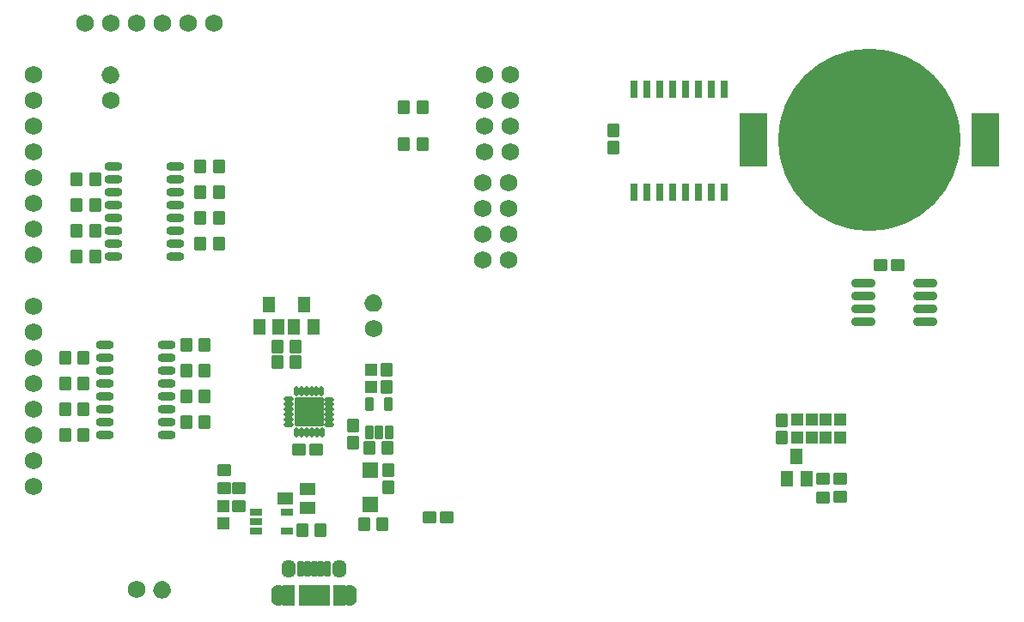
<source format=gbs>
G04 Layer: BottomSolderMaskLayer*
G04 EasyEDA v6.5.39, 2024-01-10 14:41:16*
G04 52a2ae1d1fff4fd0b89a8512cd0fdb0d,3d9c8b04885e45b7839bd8e85c0fd600,10*
G04 Gerber Generator version 0.2*
G04 Scale: 100 percent, Rotated: No, Reflected: No *
G04 Dimensions in millimeters *
G04 leading zeros omitted , absolute positions ,4 integer and 5 decimal *
%FSLAX45Y45*%
%MOMM*%

%AMMACRO1*1,1,$1,$2,$3*1,1,$1,$4,$5*1,1,$1,0-$2,0-$3*1,1,$1,0-$4,0-$5*20,1,$1,$2,$3,$4,$5,0*20,1,$1,$4,$5,0-$2,0-$3,0*20,1,$1,0-$2,0-$3,0-$4,0-$5,0*20,1,$1,0-$4,0-$5,$2,$3,0*4,1,4,$2,$3,$4,$5,0-$2,0-$3,0-$4,0-$5,$2,$3,0*%
%AMMACRO2*4,1,4,-0.6015,-0.8016,-0.6015,0.8016,0.6015,0.8016,0.6015,-0.8016,-0.6015,-0.8016,0*%
%AMMACRO3*4,1,4,-0.6016,-0.8016,-0.6016,0.8016,0.6016,0.8016,0.6016,-0.8016,-0.6016,-0.8016,0*%
%AMMACRO4*4,1,4,-0.8016,-0.6015,-0.8016,0.6015,0.8016,0.6015,0.8016,-0.6015,-0.8016,-0.6015,0*%
%AMMACRO5*4,1,4,-0.8016,-0.6016,-0.8016,0.6016,0.8016,0.6016,0.8016,-0.6016,-0.8016,-0.6016,0*%
%ADD10C,17.9959*%
%ADD11MACRO1,0.2032X-1.2763X-2.5464X1.2763X-2.5464*%
%ADD12R,1.5032X1.5032*%
%ADD13MACRO2*%
%ADD14MACRO3*%
%ADD15MACRO4*%
%ADD16MACRO5*%
%ADD17R,0.8032X1.8032*%
%ADD18MACRO1,0.2032X0.3111X-0.5524X-0.3111X-0.5524*%
%ADD19MACRO1,0.2032X0.3112X-0.5524X-0.3112X-0.5524*%
%ADD20MACRO1,0.2032X0.5X-0.275X0.5X0.275*%
%ADD21O,1.0031984X0.4832096*%
%ADD22O,0.4832096X1.0031984*%
%ADD23MACRO1,0.2032X1.3401X1.3401X-1.3401X1.3401*%
%ADD24O,2.4031956000000005X0.9031986000000001*%
%ADD25O,1.8031968X0.8382*%
%ADD26MACRO1,0.2032X0.2007X0.6502X-0.2007X0.6502*%
%ADD27MACRO1,0.2032X0.1999X0.65X-0.1999X0.65*%
%ADD28MACRO1,0.2032X0.1994X0.6502X-0.1994X0.6502*%
%ADD29MACRO1,0.2032X1.4501X0.95X-1.4501X0.95*%
%ADD30MACRO1,0.2032X0.5004X0.95X-0.5004X0.95*%
%ADD31O,1.4030960000000001X1.8031968*%
%ADD32O,1.4030960000000001X2.1031962*%
%ADD33MACRO1,0.2032X0.5004X-0.5499X0.5004X0.5499*%
%ADD34MACRO1,0.2032X0.5499X0.5004X-0.5499X0.5004*%
%ADD35R,1.2040X1.3030*%
%ADD36MACRO1,0.2032X-0.5499X-0.5004X0.5499X-0.5004*%
%ADD37R,1.3032X1.2032*%
%ADD38MACRO1,0.2032X0.55X-0.5X0.55X0.5*%
%ADD39MACRO1,0.2032X-0.5X-0.55X0.5X-0.55*%
%ADD40MACRO1,0.2032X0.5X0.55X-0.5X0.55*%
%ADD41C,1.7272*%
%ADD42C,0.0151*%

%LPD*%
D10*
G01*
X4305300Y558800D03*
D11*
G01*
X3162300Y558800D03*
G01*
X5448300Y558800D03*
D12*
G01*
X-610692Y-3045460D03*
G01*
X-610692Y-2705455D03*
D13*
G01*
X3588003Y-2565273D03*
D14*
G01*
X3492995Y-2785262D03*
G01*
X3683012Y-2785262D03*
D15*
G01*
X-1453489Y-2981960D03*
D16*
G01*
X-1233500Y-3076968D03*
G01*
X-1233500Y-2886951D03*
D13*
G01*
X-1612900Y-1071270D03*
D14*
G01*
X-1707908Y-1291259D03*
G01*
X-1517891Y-1291259D03*
D13*
G01*
X-1270000Y-1071270D03*
D14*
G01*
X-1365008Y-1291259D03*
G01*
X-1174991Y-1291259D03*
D17*
G01*
X1981200Y1056639D03*
G01*
X2108200Y1056639D03*
G01*
X2235200Y1056639D03*
G01*
X2362200Y1056639D03*
G01*
X2489200Y1056639D03*
G01*
X2616200Y1056639D03*
G01*
X2743200Y1056639D03*
G01*
X2870200Y1056639D03*
G01*
X2870200Y40639D03*
G01*
X2743200Y40639D03*
G01*
X2616200Y40639D03*
G01*
X2489200Y40639D03*
G01*
X2362200Y40639D03*
G01*
X2235200Y40639D03*
G01*
X2108200Y40639D03*
G01*
X1981200Y40639D03*
D18*
G01*
X-622294Y-2327912D03*
G01*
X-528314Y-2327912D03*
D19*
G01*
X-431800Y-2327912D03*
G01*
X-434334Y-2048512D03*
D18*
G01*
X-622294Y-2048512D03*
D20*
G01*
X-1438592Y-3305559D03*
G01*
X-1438592Y-3115560D03*
G01*
X-1738591Y-3115560D03*
G01*
X-1738591Y-3210560D03*
G01*
X-1738591Y-3305559D03*
D21*
G01*
X-1017320Y-2005838D03*
G01*
X-1017320Y-2055876D03*
G01*
X-1017320Y-2105914D03*
G01*
X-1017320Y-2155697D03*
G01*
X-1017320Y-2205736D03*
G01*
X-1017320Y-2255773D03*
D22*
G01*
X-1092860Y-2329027D03*
G01*
X-1142898Y-2329027D03*
G01*
X-1192936Y-2329027D03*
G01*
X-1242720Y-2329027D03*
G01*
X-1292758Y-2329027D03*
G01*
X-1342796Y-2329027D03*
D21*
G01*
X-1417320Y-2254757D03*
G01*
X-1417320Y-2204720D03*
G01*
X-1417320Y-2154681D03*
G01*
X-1417320Y-2104897D03*
G01*
X-1417320Y-2054860D03*
G01*
X-1417320Y-2004822D03*
D22*
G01*
X-1344320Y-1929028D03*
G01*
X-1294282Y-1929028D03*
G01*
X-1244244Y-1929028D03*
G01*
X-1194460Y-1929028D03*
G01*
X-1144422Y-1929028D03*
G01*
X-1094384Y-1929028D03*
D23*
G01*
X-1217320Y-2130298D03*
D24*
G01*
X4851400Y-861060D03*
G01*
X4851400Y-988060D03*
G01*
X4851400Y-1115060D03*
G01*
X4851400Y-1242060D03*
G01*
X4246879Y-861060D03*
G01*
X4246879Y-988060D03*
G01*
X4246879Y-1115060D03*
G01*
X4246879Y-1242060D03*
D25*
G01*
X-3145307Y-594360D03*
G01*
X-3145307Y-467360D03*
G01*
X-3145307Y-340360D03*
G01*
X-3145307Y-213360D03*
G01*
X-3145307Y-86360D03*
G01*
X-3145307Y40639D03*
G01*
X-3145307Y167639D03*
G01*
X-3145307Y294639D03*
G01*
X-2535301Y294639D03*
G01*
X-2535301Y167639D03*
G01*
X-2535301Y40639D03*
G01*
X-2535301Y-86360D03*
G01*
X-2535301Y-213360D03*
G01*
X-2535301Y-340360D03*
G01*
X-2535301Y-467360D03*
G01*
X-2535301Y-594360D03*
G01*
X-2624201Y-1470660D03*
G01*
X-2624201Y-1597660D03*
G01*
X-2624201Y-1724660D03*
G01*
X-2624201Y-1851660D03*
G01*
X-2624201Y-1978660D03*
G01*
X-2624201Y-2105660D03*
G01*
X-2624201Y-2232660D03*
G01*
X-2624201Y-2359660D03*
G01*
X-3234207Y-2359660D03*
G01*
X-3234207Y-2232660D03*
G01*
X-3234207Y-2105660D03*
G01*
X-3234207Y-1978660D03*
G01*
X-3234207Y-1851660D03*
G01*
X-3234207Y-1724660D03*
G01*
X-3234207Y-1597660D03*
G01*
X-3234207Y-1470660D03*
D26*
G01*
X-1298447Y-3673462D03*
G01*
X-1233424Y-3673462D03*
D27*
G01*
X-1168400Y-3673462D03*
D26*
G01*
X-1103375Y-3673462D03*
D28*
G01*
X-1038479Y-3673462D03*
D29*
G01*
X-1168400Y-3941457D03*
D30*
G01*
X-918425Y-3941432D03*
G01*
X-1418399Y-3941432D03*
D31*
G01*
X-918463Y-3673475D03*
G01*
X-1418336Y-3673475D03*
D32*
G01*
X-1518411Y-3941445D03*
G01*
X-818388Y-3941445D03*
D33*
G01*
X1778000Y482600D03*
G01*
X1778000Y650239D03*
D34*
G01*
X4584700Y-683260D03*
G01*
X4417059Y-683260D03*
D33*
G01*
X3441700Y-2379980D03*
G01*
X3441700Y-2212339D03*
G01*
X-432897Y-2875280D03*
G01*
X-432897Y-2707639D03*
D35*
G01*
X-609600Y-1717039D03*
G01*
X-609600Y-1884680D03*
D33*
G01*
X-457200Y-1884680D03*
G01*
X-457200Y-1717039D03*
D35*
G01*
X-2058492Y-3058160D03*
G01*
X-2058492Y-3225800D03*
D33*
G01*
X-787400Y-2430780D03*
G01*
X-787400Y-2263139D03*
D36*
G01*
X-1315720Y-2499360D03*
G01*
X-1148079Y-2499360D03*
G01*
X-27940Y-3172460D03*
G01*
X139700Y-3172460D03*
D37*
G01*
X3594100Y-2382189D03*
G01*
X3594100Y-2202180D03*
G01*
X3733800Y-2382189D03*
G01*
X3733800Y-2202180D03*
G01*
X3873500Y-2382189D03*
G01*
X3873500Y-2202180D03*
G01*
X4013200Y-2382189D03*
G01*
X4013200Y-2202180D03*
D38*
G01*
X4013200Y-2790355D03*
G01*
X4013200Y-2970364D03*
G01*
X3848100Y-2791462D03*
G01*
X3848100Y-2971472D03*
D39*
G01*
X-494195Y-3238500D03*
G01*
X-674204Y-3238500D03*
D40*
G01*
X-622287Y-2486660D03*
G01*
X-442277Y-2486660D03*
D38*
G01*
X-2057400Y-2700337D03*
G01*
X-2057400Y-2880347D03*
G01*
X-1906092Y-2878162D03*
G01*
X-1906092Y-3058172D03*
D39*
G01*
X-1103795Y-3299460D03*
G01*
X-1283804Y-3299460D03*
G01*
X-1352283Y-1481759D03*
G01*
X-1532293Y-1481759D03*
D40*
G01*
X-1532293Y-1634159D03*
G01*
X-1352283Y-1634159D03*
D39*
G01*
X-100495Y510539D03*
G01*
X-280504Y510539D03*
G01*
X-100495Y878839D03*
G01*
X-280504Y878839D03*
G01*
X-2107095Y-467360D03*
G01*
X-2287104Y-467360D03*
G01*
X-2107095Y-213360D03*
G01*
X-2287104Y-213360D03*
G01*
X-2107095Y40639D03*
G01*
X-2287104Y40639D03*
G01*
X-2107095Y294639D03*
G01*
X-2287104Y294639D03*
G01*
X-3326295Y167639D03*
G01*
X-3506304Y167639D03*
G01*
X-3326295Y-86360D03*
G01*
X-3506304Y-86360D03*
G01*
X-3326295Y-340360D03*
G01*
X-3506304Y-340360D03*
G01*
X-3326295Y-594360D03*
G01*
X-3506304Y-594360D03*
D40*
G01*
X-2426804Y-1470660D03*
G01*
X-2246795Y-1470660D03*
G01*
X-2426804Y-1724660D03*
G01*
X-2246795Y-1724660D03*
G01*
X-2426804Y-1978660D03*
G01*
X-2246795Y-1978660D03*
G01*
X-2426804Y-2232660D03*
G01*
X-2246795Y-2232660D03*
G01*
X-3620604Y-2359660D03*
G01*
X-3440595Y-2359660D03*
G01*
X-3620604Y-2105660D03*
G01*
X-3440595Y-2105660D03*
G01*
X-3620604Y-1851660D03*
G01*
X-3440595Y-1851660D03*
G01*
X-3620604Y-1597660D03*
G01*
X-3440595Y-1597660D03*
D41*
G01*
X-2667000Y1704339D03*
G01*
X-2413000Y1704339D03*
G01*
X-2159000Y1704339D03*
G36*
X-2671267Y-3969918D02*
G01*
X-2679877Y-3969080D01*
X-2688310Y-3967353D01*
X-2696540Y-3964813D01*
X-2704490Y-3961485D01*
X-2712034Y-3957345D01*
X-2719146Y-3952494D01*
X-2725724Y-3946982D01*
X-2731744Y-3940810D01*
X-2737129Y-3934079D01*
X-2741803Y-3926839D01*
X-2745714Y-3919194D01*
X-2748864Y-3911193D01*
X-2751201Y-3902887D01*
X-2752699Y-3894404D01*
X-2753334Y-3885819D01*
X-2753131Y-3877208D01*
X-2752039Y-3868648D01*
X-2750159Y-3860292D01*
X-2747416Y-3852113D01*
X-2743860Y-3844239D01*
X-2739542Y-3836771D01*
X-2734513Y-3829837D01*
X-2728848Y-3823335D01*
X-2722498Y-3817493D01*
X-2715666Y-3812286D01*
X-2708300Y-3807790D01*
X-2700528Y-3804081D01*
X-2692450Y-3801110D01*
X-2684094Y-3799001D01*
X-2675610Y-3797731D01*
X-2667000Y-3797274D01*
X-2658389Y-3797731D01*
X-2649905Y-3799001D01*
X-2641549Y-3801110D01*
X-2633471Y-3804081D01*
X-2625699Y-3807790D01*
X-2618333Y-3812286D01*
X-2611501Y-3817493D01*
X-2605151Y-3823335D01*
X-2599461Y-3829837D01*
X-2594457Y-3836771D01*
X-2590139Y-3844239D01*
X-2586583Y-3852113D01*
X-2583840Y-3860292D01*
X-2581960Y-3868648D01*
X-2580868Y-3877208D01*
X-2580665Y-3885819D01*
X-2581300Y-3894404D01*
X-2582798Y-3902887D01*
X-2585110Y-3911168D01*
X-2588260Y-3919194D01*
X-2592196Y-3926865D01*
X-2596870Y-3934079D01*
X-2602255Y-3940810D01*
X-2608249Y-3946982D01*
X-2614853Y-3952494D01*
X-2621965Y-3957345D01*
X-2629509Y-3961485D01*
X-2637459Y-3964813D01*
X-2645689Y-3967353D01*
X-2654122Y-3969080D01*
X-2662707Y-3969918D01*
G37*
G01*
X-2921000Y-3883660D03*
G01*
X762000Y434339D03*
G01*
X762000Y688339D03*
G01*
X762000Y942339D03*
G01*
X762000Y1196339D03*
G01*
X749300Y-632460D03*
G01*
X749300Y-378460D03*
G01*
X749300Y-124460D03*
G01*
X749300Y129539D03*
G01*
X495300Y-632460D03*
G01*
X495300Y-378460D03*
G01*
X495300Y-124460D03*
G01*
X495300Y129539D03*
G01*
X508000Y434339D03*
G01*
X508000Y688339D03*
G01*
X508000Y942339D03*
G01*
X508000Y1196339D03*
G01*
X-3937000Y-581660D03*
G01*
X-3937000Y-327660D03*
G01*
X-3937000Y-73660D03*
G01*
X-3937000Y180339D03*
G01*
X-3937000Y434339D03*
G01*
X-3937000Y688339D03*
G01*
X-3937000Y942339D03*
G01*
X-3937000Y1196339D03*
G01*
X-3937000Y-1089660D03*
G01*
X-3937000Y-1343660D03*
G01*
X-3937000Y-1597660D03*
G01*
X-3937000Y-1851660D03*
G01*
X-3937000Y-2105660D03*
G01*
X-3937000Y-2359660D03*
G01*
X-3937000Y-2613660D03*
G01*
X-3937000Y-2867660D03*
G36*
X-3172840Y1110005D02*
G01*
X-3181451Y1110208D01*
X-3190011Y1111300D01*
X-3198368Y1113180D01*
X-3206546Y1115923D01*
X-3214420Y1119479D01*
X-3221888Y1123797D01*
X-3228822Y1128801D01*
X-3235325Y1134490D01*
X-3241167Y1140840D01*
X-3246373Y1147673D01*
X-3250869Y1155039D01*
X-3254578Y1162811D01*
X-3257550Y1170889D01*
X-3259658Y1179245D01*
X-3260928Y1187729D01*
X-3261385Y1196339D01*
X-3260928Y1204950D01*
X-3259658Y1213434D01*
X-3257550Y1221790D01*
X-3254578Y1229868D01*
X-3250869Y1237640D01*
X-3246373Y1245006D01*
X-3241167Y1251838D01*
X-3235325Y1258188D01*
X-3228822Y1263853D01*
X-3221888Y1268882D01*
X-3214420Y1273200D01*
X-3206546Y1276756D01*
X-3198368Y1279499D01*
X-3190011Y1281379D01*
X-3181451Y1282471D01*
X-3172840Y1282674D01*
X-3164255Y1282039D01*
X-3155772Y1280540D01*
X-3147466Y1278204D01*
X-3139465Y1275054D01*
X-3131820Y1271143D01*
X-3124580Y1266469D01*
X-3117850Y1261084D01*
X-3111677Y1255064D01*
X-3106165Y1248486D01*
X-3101314Y1241374D01*
X-3097174Y1233830D01*
X-3093846Y1225880D01*
X-3091306Y1217650D01*
X-3089579Y1209217D01*
X-3088741Y1200607D01*
X-3088741Y1192047D01*
X-3089579Y1183462D01*
X-3091306Y1175029D01*
X-3093846Y1166799D01*
X-3097174Y1158849D01*
X-3101314Y1151305D01*
X-3106165Y1144193D01*
X-3111677Y1137589D01*
X-3117850Y1131595D01*
X-3124580Y1126210D01*
X-3131794Y1121536D01*
X-3139465Y1117600D01*
X-3147491Y1114450D01*
X-3155772Y1112138D01*
X-3164255Y1110640D01*
G37*
G01*
X-3175000Y942339D03*
G01*
X-3429000Y1704339D03*
G01*
X-3175000Y1704339D03*
G01*
X-2921000Y1704339D03*
G36*
X-582040Y-1141552D02*
G01*
X-590651Y-1141348D01*
X-599211Y-1140256D01*
X-607568Y-1138377D01*
X-615746Y-1135634D01*
X-623620Y-1132078D01*
X-631088Y-1127760D01*
X-638022Y-1122756D01*
X-644525Y-1117066D01*
X-650366Y-1110716D01*
X-655574Y-1103884D01*
X-660069Y-1096518D01*
X-663778Y-1088745D01*
X-666750Y-1080668D01*
X-668858Y-1072311D01*
X-670128Y-1063828D01*
X-670585Y-1055217D01*
X-670128Y-1046606D01*
X-668858Y-1038123D01*
X-666750Y-1029766D01*
X-663778Y-1021689D01*
X-660069Y-1013917D01*
X-655574Y-1006551D01*
X-650366Y-999718D01*
X-644525Y-993368D01*
X-638022Y-987704D01*
X-631088Y-982675D01*
X-623620Y-978357D01*
X-615746Y-974801D01*
X-607568Y-972057D01*
X-599211Y-970178D01*
X-590651Y-969086D01*
X-582040Y-968882D01*
X-573455Y-969518D01*
X-564972Y-971016D01*
X-556666Y-973353D01*
X-548665Y-976503D01*
X-541020Y-980414D01*
X-533781Y-985088D01*
X-527050Y-990472D01*
X-520877Y-996492D01*
X-515365Y-1003071D01*
X-510514Y-1010183D01*
X-506374Y-1017727D01*
X-503047Y-1025677D01*
X-500506Y-1033906D01*
X-498779Y-1042339D01*
X-497941Y-1050950D01*
X-497941Y-1059510D01*
X-498779Y-1068095D01*
X-500506Y-1076528D01*
X-503047Y-1084757D01*
X-506374Y-1092707D01*
X-510514Y-1100251D01*
X-515365Y-1107363D01*
X-520877Y-1113967D01*
X-527050Y-1119962D01*
X-533781Y-1125347D01*
X-540994Y-1130020D01*
X-548665Y-1133957D01*
X-556691Y-1137107D01*
X-564972Y-1139418D01*
X-573455Y-1140917D01*
G37*
G01*
X-584200Y-1309217D03*
M02*

</source>
